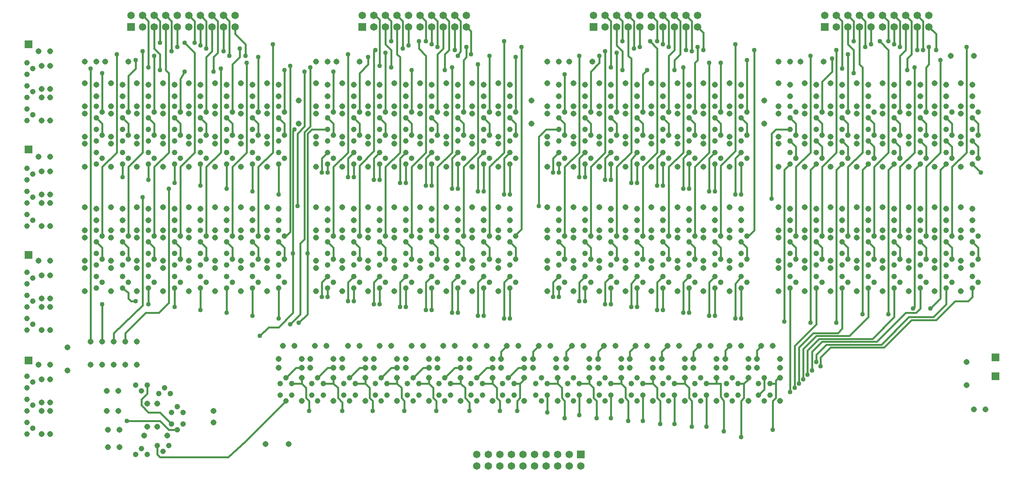
<source format=gtl>
G04 Output by ViewMate Deluxe V11.0.9  PentaLogix LLC*
G04 Mon Mar 30 14:28:05 2015*
%FSLAX33Y33*%
%MOMM*%
%IPPOS*%
%ADD10C,1.209*%
%ADD11C,1.3081*%
%ADD16C,1.016*%
%ADD114R,1.651X1.651*%
%ADD115C,1.651*%
%ADD116R,1.8009X1.8009*%
%ADD117C,0.4064*%

%LPD*%
X0Y0D2*D117*G1X34696Y109474D2*X34760Y109474D1*X35966Y108268*X37236Y109474D2*X37300Y109474D1*X38506Y108268*X39776Y109474D2*X39840Y109474D1*X41046Y108268*X41046Y101600*X42316Y106934D2*X42316Y102552D1*X47396Y109474D2*X47460Y109474D1*X48666Y108268*X49936Y106934D2*X49936Y101600D1*X48666Y100330*X51206Y108204D2*X51206Y101282D1*X52476Y109474D2*X52540Y109474D1*X53746Y108268*X114071Y78105D2*X115341Y79375D1*X108356Y78105D2*X109626Y79375D1*X102641Y78105D2*X103911Y79375D1*X96926Y78105D2*X98196Y79375D1*X91211Y78105D2*X92481Y79375D1*X85496Y78105D2*X86766Y79375D1*X79781Y78105D2*X81051Y79375D1*X75336Y79375D2*X74066Y78105D1*X74066Y74930*X75336Y74930D2*X75336Y76835D1*X79781Y78105D2*X79781Y73978D1*X81051Y73978D2*X81051Y76835D1*X85496Y78105D2*X85496Y73342D1*X86766Y73342D2*X86766Y76835D1*X91211Y78105D2*X91211Y72708D1*X92481Y72708D2*X92481Y76835D1*X96926Y78105D2*X96926Y72072D1*X98196Y72072D2*X98196Y76835D1*X102641Y78105D2*X102641Y71438D1*X103911Y71438D2*X103911Y76835D1*X108356Y78105D2*X108356Y70802D1*X109626Y70802D2*X109626Y76835D1*X114071Y78105D2*X114071Y70168D1*X115341Y70168D2*X115341Y76835D1*X121691Y82868D2*X121691Y67628D1*X126136Y79375D2*X124866Y78105D1*X124866Y74930*X126136Y74930D2*X126136Y76835D1*X218211Y55880D2*X218211Y58420D1*X216941Y59690*X216941Y86995D2*X218211Y85725D1*X218211Y83185*X216941Y76835D2*X218846Y74930D1*X218211Y78105D2*X218211Y80645D1*X216941Y81915*X172809Y83502D2*X173761Y84455D1*X176936Y84455*X176936Y86995D2*X178206Y85725D1*X178206Y83185*X176936Y81915D2*X178206Y80645D1*X178206Y78105*X175666Y42228D2*X175666Y75565D1*X123596Y28575D2*X125819Y28575D1*X125819Y29845D2*X125819Y28575D1*X126771Y27622*X126771Y25400*X132804Y28575D2*X130581Y28575D1*X133756Y25400D2*X133756Y27622D1*X132804Y28575*X132804Y29845*X134709Y33972D2*X134709Y35560D1*X135979Y36830*X141694Y33972D2*X141694Y35560D1*X142964Y36830*X148679Y33972D2*X148679Y35560D1*X149949Y36830*X155664Y33972D2*X155664Y35560D1*X156934Y36830*X162649Y33972D2*X162649Y35878D1*X163601Y36830*X170586Y36830D2*X169634Y35878D1*X169634Y33972*X174714Y29845D2*X174396Y29845D1*X173761Y29210*X173761Y28575*X173126Y18415D2*X173126Y24765D1*X173761Y25400*X173761Y28575*X172491Y28575*X171221Y29845D2*X171221Y27305D1*X169951Y26035*X166776Y28575D2*X165506Y28575D1*X167729Y29845D2*X167729Y29528D1*X166776Y28575*X166776Y25400*X166141Y24765*X166141Y16828*X162331Y18098D2*X162331Y24765D1*X161696Y25718*X161696Y28575*X160744Y28575*X160744Y29845D2*X160744Y28575D1*X158521Y28575*X158521Y19050D2*X158521Y26035D1*X155346Y19050D2*X155346Y24765D1*X154711Y25400*X154711Y27622*X153759Y28575*X153759Y29845D2*X153759Y28575D1*X151536Y28575*X151536Y19685D2*X151536Y26035D1*X148361Y19685D2*X148361Y24765D1*X147726Y25400*X147726Y27622*X146774Y28575*X146774Y29845D2*X146774Y28575D1*X144551Y28575*X144551Y20320D2*X144551Y26035D1*X141376Y20320D2*X141376Y24765D1*X140741Y25400*X140741Y27622*X139789Y28575*X139789Y29845D2*X139789Y28575D1*X137566Y28575*X137566Y20955D2*X137566Y26035D1*X134391Y20955D2*X134391Y24765D1*X133756Y25400*X130581Y21590D2*X130581Y26035D1*X127406Y20955D2*X127406Y24765D1*X126771Y25400*X123596Y22225D2*X123596Y26035D1*X40411Y18415D2*X38506Y20320D1*X31204Y20320*X35649Y28258D2*X35649Y26352D1*X34379Y25082*X34379Y23812*X35966Y22225*X38506Y22225*X41046Y19685*X40411Y18415D2*X42316Y18415D1*X37871Y14922D2*X37871Y13018D1*X38506Y12382*X53429Y12382*X57239Y15875*X66129Y24765*X71209Y22542D2*X71209Y24765D1*X70574Y25400*X70574Y27622*X69621Y28575*X69621Y29845D2*X69621Y28575D1*X67399Y28575*X66129Y29845D2*X68351Y32068D1*X69621Y32068*X76606Y32068D2*X75336Y32068D1*X73114Y29845*X74384Y28575D2*X76606Y28575D1*X76606Y29845D2*X76606Y28575D1*X77559Y27622*X77559Y25400*X78511Y24448*X78511Y22542*X88354Y28575D2*X90576Y28575D1*X91529Y27622D2*X90576Y28575D1*X90576Y29845*X90576Y32068D2*X89306Y32068D1*X87084Y29845*X83591Y32068D2*X82321Y32068D1*X80099Y29845*X81369Y28575D2*X83591Y28575D1*X83591Y29845D2*X83591Y28575D1*X84544Y27622*X84544Y25400*X85179Y24765*X85179Y22542*X92164Y22542D2*X92164Y24765D1*X91529Y25400*X91529Y27622*X97561Y32068D2*X96291Y32068D1*X94069Y29845*X95339Y28575D2*X97561Y28575D1*X97561Y29845D2*X97561Y28575D1*X97721Y28418*X98514Y27622*X98514Y25400*X99149Y24765*X99149Y22542*X106451Y22542D2*X106451Y24448D1*X105499Y25400*X105499Y27622*X104546Y28575*X104546Y29845D2*X104546Y28575D1*X102324Y28575*X101054Y29845D2*X103276Y32068D1*X104546Y32068*X114706Y36830D2*X113436Y35560D1*X113436Y33972*X111531Y32068D2*X110261Y32068D1*X108039Y29845*X109309Y28575D2*X111531Y28575D1*X111531Y29845D2*X111531Y28575D1*X112484Y27622*X112484Y25400*X113119Y24765*X113119Y22542*X116929Y22542D2*X116929Y24765D1*X117564Y25400*X117564Y28575*X118516Y29845D2*X118516Y29528D1*X117564Y28575*X116294Y28575*X115024Y29845D2*X117246Y32068D1*X118516Y32068*X120421Y33972D2*X120421Y35560D1*X121691Y36830*X127724Y33972D2*X127724Y35560D1*X128994Y36830*X126136Y52070D2*X124866Y50800D1*X124866Y47625*X126136Y49530D2*X126136Y47625D1*X131851Y46672D2*X131851Y49530D1*X130581Y46672D2*X130581Y50800D1*X131851Y52070*X137566Y52070D2*X136296Y50800D1*X136296Y46038*X137566Y49530D2*X137566Y46038D1*X143281Y45402D2*X143281Y49530D1*X142011Y45402D2*X142011Y50482D1*X143281Y52070*X148996Y52070D2*X147726Y50800D1*X147726Y44768*X148996Y49530D2*X148996Y44768D1*X154711Y44132D2*X154711Y49530D1*X153441Y44132D2*X153441Y50800D1*X154711Y52070*X160426Y52070D2*X159156Y50800D1*X159156Y43498*X160426Y49530D2*X160426Y43498D1*X166141Y42862D2*X166141Y49530D1*X164871Y42862D2*X164871Y50482D1*X166141Y52070*X178206Y55880D2*X178206Y58420D1*X176936Y59690*X178206Y76200D2*X178206Y60960D1*X189636Y60960D2*X189636Y76200D1*X188366Y59690D2*X189636Y58420D1*X189636Y55880*X183921Y55880D2*X183921Y58420D1*X182651Y59690*X183921Y60960D2*X183921Y76200D1*X187096Y79375*X194081Y86995D2*X195351Y85725D1*X195351Y83185*X194081Y81915D2*X195351Y80645D1*X195351Y78105*X194081Y76835D2*X192811Y75565D1*X192811Y43815*X199796Y43180D2*X199796Y49530D1*X198526Y43815D2*X198526Y75565D1*X199796Y76835*X201066Y78105D2*X201066Y80645D1*X199796Y81915*X201066Y83185D2*X201066Y85725D1*X199796Y86995*X201066Y88265D2*X201066Y100648D1*X206781Y88265D2*X206781Y98108D1*X207416Y98742*X207416Y102552*X209004Y101918D2*X209004Y105410D1*X207416Y106998*X204876Y101918D2*X204876Y106998D1*X206146Y101918D2*X206146Y108268D1*X204876Y109538*X198526Y108268D2*X197256Y109538D1*X201066Y108268D2*X199796Y109538D1*X202336Y106998D2*X202336Y101918D1*X201066Y100648*X198526Y108268D2*X198526Y103822D1*X199796Y103188D2*X199796Y106998D1*X201066Y108268D2*X201066Y102552D1*X202336Y109538D2*X203606Y108268D1*X203606Y100965*X202654Y100012*X202654Y97472*X204241Y98108D2*X204241Y79375D1*X201066Y76200*X201066Y60960*X199796Y59690D2*X201066Y58420D1*X201066Y55880*X195351Y55880D2*X195351Y58420D1*X194081Y59690*X195351Y60960D2*X195351Y76200D1*X198526Y79375*X198526Y101918*X196621Y103822*X194716Y106998D2*X194716Y103188D1*X192176Y109538D2*X193446Y108268D1*X193446Y102552*X187096Y79375D2*X187096Y101918D1*X189636Y78105D2*X189636Y80645D1*X188366Y81915*X189636Y83185D2*X189636Y85725D1*X188366Y86995*X189636Y100965D2*X189636Y88265D1*X189636Y106998D2*X189636Y103188D1*X189636Y109538D2*X190906Y108268D1*X187096Y109538D2*X188366Y108268D1*X188366Y97790*X190906Y96838D2*X190906Y101918D1*X189636Y103188*X190906Y108268D2*X190906Y103822D1*X192176Y106998D2*X192176Y98742D1*X192811Y98108*X192811Y79375*X189636Y76200*X188366Y76835D2*X187096Y75565D1*X187096Y41910*X183286Y38418D2*X195034Y38418D1*X199796Y43180*X202971Y43180D2*X208369Y43180D1*X211226Y46038*X211226Y49530*X216941Y49530D2*X216941Y47625D1*X215989Y46672*X213131Y46672*X209004Y42545*X203606Y42545*X197574Y36512*X185826Y36512*X183604Y34290*X183604Y32385*X182651Y33338D2*X182651Y34925D1*X184874Y37148*X196939Y37148*X202971Y43180*X203924Y45085D2*X204241Y45402D1*X204241Y75565*X205511Y76835*X206781Y78105D2*X206781Y80645D1*X205511Y81915*X206781Y83185D2*X206781Y85725D1*X205511Y86995*X211226Y86995D2*X212496Y85725D1*X212496Y83185*X211226Y81915D2*X212496Y80645D1*X212496Y78105*X212496Y60960D2*X212496Y76200D1*X211226Y59690D2*X212496Y58420D1*X212496Y55880*X206781Y55880D2*X206781Y58420D1*X205511Y59690*X206781Y60960D2*X206781Y76200D1*X209956Y79375*X209956Y99695*X215671Y102552D2*X215671Y79375D1*X212496Y76200*X211226Y76835D2*X209956Y75565D1*X209956Y47308*X207734Y45085*X205511Y49530D2*X205511Y45085D1*X204559Y44132*X202336Y44132*X195986Y37782*X183921Y37782*X181699Y35560*X181699Y31432*X180746Y30480D2*X180746Y35878D1*X183286Y38418*X182016Y39688D2*X187414Y39688D1*X188366Y40640*X188366Y49530*X194081Y49530D2*X194081Y43180D1*X189954Y39052*X182651Y39052*X179794Y36195*X179794Y29528*X178841Y28575D2*X178841Y36512D1*X182016Y39688*X182651Y49530D2*X182651Y41592D1*X176936Y26670D2*X176936Y49530D1*X177889Y27622D2*X177889Y36830D1*X182651Y41592*X181381Y41910D2*X181381Y75565D1*X182651Y76835*X183921Y78105D2*X183921Y80645D1*X182651Y81915*X183921Y83185D2*X183921Y85725D1*X182651Y86995*X183921Y88265D2*X183921Y94932D1*X186144Y97155*X186144Y100012*X181381Y100648D2*X181381Y79375D1*X178206Y76200*X175666Y75565D2*X176936Y76835D1*X172809Y83502D2*X172809Y69215D1*X164871Y78105D2*X166141Y79375D1*X166141Y70168D2*X166141Y76835D1*X164871Y78105D2*X164871Y70168D1*X159156Y78105D2*X160426Y79375D1*X160426Y70802D2*X160426Y76835D1*X159156Y78105D2*X159156Y70802D1*X153441Y78105D2*X154711Y79375D1*X154711Y71438D2*X154711Y76835D1*X153441Y78105D2*X153441Y71438D1*X147726Y78105D2*X148996Y79375D1*X148996Y72072D2*X148996Y76835D1*X147726Y78105D2*X147726Y72072D1*X142011Y77788D2*X143281Y79375D1*X143281Y72708D2*X143281Y76835D1*X142011Y77788D2*X142011Y72708D1*X136296Y78105D2*X137566Y79375D1*X137566Y73342D2*X137566Y76835D1*X136296Y78105D2*X136296Y73342D1*X133121Y60960D2*X133121Y76200D1*X131851Y59690D2*X133121Y58420D1*X133121Y55880*X127406Y55880D2*X127406Y58420D1*X126136Y59690*X127406Y60960D2*X127406Y76200D1*X130581Y79375*X130581Y100648*X144551Y96520D2*X145504Y97472D1*X138836Y88265D2*X138836Y101282D1*X137566Y86995D2*X138836Y85725D1*X138836Y83185*X144551Y83185D2*X144551Y85725D1*X143281Y86995*X144551Y96520D2*X144551Y88265D1*X140106Y97472D2*X140106Y101600D1*X138836Y102870*X141376Y109538D2*X142646Y108268D1*X142646Y102235*X143916Y106998D2*X143916Y102552D1*X152806Y108268D2*X151536Y109538D1*X155346Y108268D2*X154076Y109538D1*X164871Y103188D2*X164871Y79692D1*X161696Y76518*X161696Y60960*X160426Y59690D2*X161696Y58420D1*X161696Y55880*X167411Y55880D2*X167411Y58420D1*X166141Y59690*X167411Y60960D2*X167729Y60960D1*X168999Y62230*X168999Y101918*X167411Y88265D2*X167411Y99695D1*X166141Y86995D2*X167411Y85725D1*X167411Y83185*X161696Y83185D2*X161696Y85725D1*X160426Y86995*X161696Y99060D2*X161696Y88265D1*X159156Y99060D2*X159156Y79375D1*X155981Y76200*X155981Y60960*X154711Y59690D2*X155981Y58420D1*X155981Y55880*X150266Y55880D2*X150266Y58420D1*X148996Y59690*X150266Y60960D2*X150266Y76200D1*X153441Y79375*X153441Y98108*X151536Y97472D2*X151536Y99695D1*X152806Y100965*X152806Y108268*X154076Y101918D2*X154076Y106998D1*X155346Y108268D2*X155346Y101600D1*X156616Y106998D2*X157886Y105728D1*X157886Y101918*X156616Y102552D2*X156616Y99695D1*X155981Y99060*X155981Y88265*X154711Y86995D2*X155981Y85725D1*X155981Y83185*X150266Y83185D2*X150266Y85725D1*X148996Y86995*X150266Y88265D2*X150266Y100648D1*X151536Y101918*X151536Y106998*X148996Y103188D2*X148996Y106998D1*X150266Y102552D2*X150266Y108268D1*X148996Y109538*X146456Y109538D2*X147726Y108268D1*X147726Y103822*X146139Y103822D2*X147726Y102235D1*X147726Y79375*X144551Y76200*X144551Y60960*X143281Y59690D2*X144551Y58420D1*X144551Y55880*X138836Y55880D2*X138836Y58420D1*X137566Y59690*X138836Y60960D2*X138836Y76200D1*X142011Y79375*X142011Y100012*X141376Y100648*X141376Y106998*X138836Y102870D2*X138836Y106998D1*X140106Y103822D2*X140106Y108268D1*X138836Y109538*X136296Y109538D2*X137566Y108268D1*X137566Y98108*X133121Y97155D2*X135026Y99060D1*X135026Y100648*X136296Y101600D2*X136296Y79375D1*X133121Y76200*X131851Y73978D2*X131851Y76835D1*X130581Y73978D2*X130581Y78105D1*X131851Y79375*X133121Y83185D2*X133121Y85725D1*X131851Y86995*X133121Y97155D2*X133121Y88265D1*X127406Y88265D2*X127406Y96520D1*X126136Y86995D2*X127406Y85725D1*X127406Y83185*X126136Y84455D2*X123279Y84455D1*X121691Y82868*X116611Y83185D2*X116611Y85725D1*X115341Y86995*X116611Y100330D2*X116611Y88265D1*X100736Y106998D2*X100736Y102235D1*X105816Y106998D2*X106769Y106045D1*X106769Y100965*X110896Y88265D2*X110896Y100648D1*X109626Y86995D2*X110896Y85725D1*X110896Y83185*X105181Y83185D2*X105181Y85725D1*X103911Y86995*X105181Y88265D2*X105181Y99695D1*X105816Y100330*X104546Y101600D2*X103911Y100648D1*X103276Y106998D2*X103276Y101918D1*X103276Y109538D2*X104546Y108268D1*X104546Y101600*X105816Y100330D2*X105816Y102552D1*X108356Y98742D2*X108356Y79375D1*X105181Y76200*X105181Y60960*X103911Y59690D2*X105181Y58420D1*X105181Y55880*X110896Y55880D2*X110896Y58420D1*X109626Y59690*X110896Y60960D2*X110896Y76200D1*X114071Y79375*X114071Y103822*X117881Y102552D2*X117881Y62548D1*X116611Y61278*X116611Y60960*X115341Y59690D2*X116611Y58420D1*X116611Y55880*X114071Y50800D2*X115341Y52070D1*X115341Y42862D2*X115341Y49530D1*X114071Y50800D2*X114071Y42862D1*X108356Y50800D2*X109626Y52070D1*X109626Y43498D2*X109626Y49530D1*X108356Y50800D2*X108356Y43498D1*X102641Y50800D2*X103911Y52070D1*X103911Y44132D2*X103911Y49530D1*X102641Y50800D2*X102641Y44132D1*X96926Y50800D2*X98196Y52070D1*X98196Y44768D2*X98196Y49530D1*X96926Y50800D2*X96926Y44768D1*X91211Y50800D2*X92481Y52070D1*X92481Y45402D2*X92481Y49530D1*X91211Y50800D2*X91211Y45402D1*X85496Y50800D2*X86766Y52070D1*X86766Y46038D2*X86766Y49530D1*X85496Y50800D2*X85496Y46038D1*X81051Y46672D2*X81051Y49530D1*X79781Y46672D2*X79781Y50800D1*X81051Y52070*X75336Y47625D2*X75336Y49530D1*X74066Y47625D2*X74066Y50800D1*X75336Y52070*X76606Y55880D2*X76606Y58420D1*X75336Y59690*X76606Y60960D2*X76606Y76200D1*X79781Y79375*X79781Y100965*X82321Y88265D2*X82321Y96838D1*X81051Y86995D2*X82321Y85725D1*X82321Y83185*X88036Y83185D2*X88036Y85725D1*X86766Y86995*X88036Y101282D2*X88036Y88265D1*X93751Y88265D2*X93751Y97472D1*X92481Y86995D2*X93751Y85725D1*X93751Y83185*X99466Y83185D2*X99466Y85725D1*X98196Y86995*X99466Y88265D2*X99466Y100965D1*X100736Y102235*X99466Y108268D2*X99466Y102552D1*X98196Y103188D2*X98196Y106998D1*X96926Y103822D2*X96926Y108268D1*X95656Y109538*X99466Y108268D2*X98196Y109538D1*X100736Y109538D2*X102006Y108268D1*X102006Y101918*X101054Y100965*X101054Y97472*X102641Y98108D2*X102641Y79375D1*X99466Y76200*X99466Y60960*X98196Y59690D2*X99466Y58420D1*X99466Y55880*X93751Y55880D2*X93751Y58420D1*X92481Y59690*X93751Y60960D2*X93751Y76200D1*X96926Y79375*X96926Y100648*X95339Y102235*X95339Y103822*X93116Y106998D2*X93116Y102870D1*X85496Y109538D2*X85814Y109538D1*X86766Y108585*X90576Y109538D2*X91846Y108268D1*X91846Y102235*X89306Y108268D2*X89306Y103822D1*X88036Y106998D2*X88036Y103188D1*X89306Y101918*X89306Y98108*X86766Y108585D2*X86766Y98425D1*X89306Y108268D2*X88036Y109538D1*X90576Y106998D2*X90576Y100965D1*X91211Y100330*X91211Y79375*X88036Y76200*X88036Y60960*X86766Y59690D2*X88036Y58420D1*X88036Y55880*X82321Y55880D2*X82321Y58420D1*X81051Y59690*X82321Y60960D2*X82321Y76518D1*X85496Y79692*X85496Y101600*X85814Y101918*X84226Y100330D2*X84226Y98742D1*X82321Y96838*X76606Y88265D2*X76606Y97155D1*X75336Y86995D2*X76606Y85725D1*X76606Y83185*X75336Y84455D2*X71844Y84455D1*X70891Y83502*X70891Y57150*X70891Y43815*X68986Y41910*X67081Y41592D2*X69304Y43815D1*X69304Y59372*X70256Y60325*X70256Y83820*X71526Y85090*X71526Y98108*X70256Y97155D2*X70256Y85090D1*X68669Y83502*X65811Y83185D2*X65811Y85725D1*X64541Y86995*X65811Y97472D2*X65811Y88265D1*X67081Y98425D2*X67081Y61912D1*X66129Y60960*X65811Y60960*X64541Y59690D2*X65811Y58420D1*X65811Y55880*X60096Y55880D2*X60096Y58420D1*X58826Y59690*X60096Y60960D2*X60096Y76200D1*X63271Y79375*X30251Y73978D2*X30251Y76835D1*X35966Y76835D2*X35966Y73342D1*X41681Y72708D2*X41681Y76835D1*X47396Y76835D2*X47396Y72072D1*X53111Y71438D2*X53111Y76835D1*X58826Y76835D2*X58826Y70802D1*X57556Y79375D2*X54381Y76200D1*X54381Y60960*X53111Y59690D2*X54381Y58420D1*X54381Y55880*X48666Y55880D2*X48666Y58420D1*X47396Y59690*X48666Y60960D2*X48666Y76200D1*X51841Y79375*X51841Y97790*X50254Y97155D2*X50254Y100330D1*X51206Y101282*X55969Y102235D2*X55969Y100330D1*X54381Y98742*X54381Y88265*X53111Y86995D2*X54381Y85725D1*X54381Y83185*X48666Y83185D2*X48666Y85725D1*X47396Y86995*X48666Y100330D2*X48666Y88265D1*X43904Y97155D2*X42951Y95568D1*X42951Y88265*X41681Y86995D2*X42951Y85725D1*X42951Y83185*X37236Y83185D2*X37236Y85725D1*X35966Y86995*X37236Y100648D2*X37236Y88265D1*X25806Y88265D2*X25806Y96838D1*X24536Y86995D2*X25806Y85725D1*X25806Y83185*X31521Y83185D2*X31521Y85725D1*X30251Y86995*X31521Y88265D2*X31521Y96202D1*X33109Y97790*X33109Y99695*X28981Y100965D2*X28981Y79375D1*X25806Y76200*X25806Y60960*X24536Y59690D2*X25806Y58420D1*X25806Y55880*X31521Y55880D2*X31521Y58420D1*X30251Y59690*X31521Y60960D2*X31521Y76200D1*X34696Y79375*X34696Y101600*X37236Y102235D2*X38506Y100965D1*X38506Y97472*X35966Y108268D2*X35966Y98108D1*X37236Y102235D2*X37236Y106934D1*X38506Y108268D2*X38506Y103505D1*X39776Y106934D2*X39776Y97472D1*X40411Y96838*X40411Y79375*X37236Y76200*X37236Y60960*X35966Y59690D2*X37236Y58420D1*X37236Y55880*X42951Y55880D2*X42951Y58420D1*X41681Y59690*X42951Y60960D2*X42951Y76200D1*X46126Y79375*X46126Y101282*X43904Y103505*X46126Y103505D2*X46126Y108204D1*X44856Y109474*X47396Y102870D2*X47396Y106934D1*X48666Y108268D2*X48666Y102235D1*X51206Y108204D2*X49936Y109474D1*X52476Y101600D2*X52476Y106934D1*X53746Y108268D2*X53746Y100648D1*X55016Y106934D2*X55016Y105410D1*X57239Y103188*X57239Y100648*X57556Y79375D2*X57556Y99060D1*X60096Y83185D2*X60096Y85725D1*X58826Y86995*X60096Y100330D2*X60096Y88265D1*X63271Y79375D2*X63271Y103188D1*X64541Y70168D2*X64541Y76835D1*X68669Y83502D2*X68669Y67628D1*X68034Y84455D2*X67716Y84138D1*X67716Y57150*X67716Y44132*X64541Y40958*X60414Y39052D2*X62319Y40958D1*X64541Y40958*X64541Y49530D2*X64541Y42862D1*X58826Y43498D2*X58826Y49530D1*X53111Y49530D2*X53111Y44132D1*X47396Y44768D2*X47396Y49530D1*X41681Y49530D2*X41681Y45402D1*X35966Y46038D2*X35966Y49530D1*X34696Y45720D2*X28346Y39688D1*X28346Y37782*X30886Y37782D2*X30886Y39688D1*X35331Y44132*X38189Y44132*X40411Y46355*X40411Y71438*X34696Y45720D2*X34696Y69532D1*X33109Y46672D2*X32156Y46672D1*X31521Y47308*X31521Y48578*X30251Y49530*X25806Y37782D2*X25806Y46038D1*X23266Y97790D2*X23266Y37782D1*D10*X9296Y86360D3*X9296Y99060D3*X10566Y97790D3*X9296Y96520D3*X9296Y93980D3*X10566Y92710D3*X9296Y91440D3*X9296Y88900D3*X10566Y87630D3*X169951Y28575D3*X171221Y29845D3*X172491Y28575D3*X172491Y26035D3*X171221Y24765D3*X169951Y26035D3*X162966Y26035D3*X164236Y24765D3*X165506Y26035D3*X165506Y28575D3*X164236Y29845D3*X162966Y28575D3*X155981Y28575D3*X157251Y29845D3*X158521Y28575D3*X158521Y26035D3*X157251Y24765D3*X155981Y26035D3*X148996Y26035D3*X150266Y24765D3*X151536Y26035D3*X151536Y28575D3*X150266Y29845D3*X148996Y28575D3*X142011Y28575D3*X143281Y29845D3*X144551Y28575D3*X144551Y26035D3*X143281Y24765D3*X142011Y26035D3*X135026Y26035D3*X136296Y24765D3*X137566Y26035D3*X137566Y28575D3*X136296Y29845D3*X135026Y28575D3*X128041Y28575D3*X129311Y29845D3*X130581Y28575D3*X130581Y26035D3*X129311Y24765D3*X128041Y26035D3*X121056Y26035D3*X122326Y24765D3*X123596Y26035D3*X123596Y28575D3*X122326Y29845D3*X121056Y28575D3*X33109Y28258D3*X34379Y26988D3*X35649Y28258D3*X39459Y27622D3*X40729Y26352D3*X38189Y26352D3*X35649Y13018D3*X33109Y13018D3*X34379Y14288D3*X37871Y14922D3*X39141Y13652D3*X40411Y14922D3*X43586Y19685D3*X42316Y18415D3*X41046Y19685D3*X41046Y22225D3*X42316Y23495D3*X43586Y22225D3*X67399Y26035D3*X66129Y24765D3*X64859Y26035D3*X64859Y28575D3*X66129Y29845D3*X67399Y28575D3*X74384Y28575D3*X73114Y29845D3*X71844Y28575D3*X71844Y26035D3*X73114Y24765D3*X74384Y26035D3*X81369Y26035D3*X80099Y24765D3*X78829Y26035D3*X78829Y28575D3*X80099Y29845D3*X81369Y28575D3*X88354Y28575D3*X87084Y29845D3*X85814Y28575D3*X85814Y26035D3*X87084Y24765D3*X88354Y26035D3*X102324Y26035D3*X101054Y24765D3*X99784Y26035D3*X95339Y26035D3*X94069Y24765D3*X92799Y26035D3*X92799Y28575D3*X94069Y29845D3*X95339Y28575D3*X99784Y28575D3*X101054Y29845D3*X102324Y28575D3*X109309Y28575D3*X108039Y29845D3*X106769Y28575D3*X106769Y26035D3*X108039Y24765D3*X109309Y26035D3*X113754Y26035D3*X115024Y24765D3*X116294Y26035D3*X116294Y28575D3*X113754Y28575D3*X115024Y29845D3*X115341Y62230D3*X103911Y62230D3*X92481Y62230D3*X81051Y62230D3*X75336Y62230D3*X76606Y60960D3*X75336Y59690D3*X75336Y57150D3*X76606Y55880D3*X75336Y54610D3*X75336Y52070D3*X75336Y49530D3*X76606Y50800D3*X81051Y49530D3*X82321Y50800D3*X81051Y52070D3*X81051Y54610D3*X82321Y55880D3*X81051Y57150D3*X81051Y59690D3*X82321Y60960D3*X86766Y62230D3*X88036Y60960D3*X86766Y59690D3*X86766Y57150D3*X88036Y55880D3*X86766Y54610D3*X86766Y52070D3*X86766Y49530D3*X88036Y50800D3*X92481Y49530D3*X93751Y50800D3*X92481Y52070D3*X92481Y54610D3*X93751Y55880D3*X92481Y57150D3*X92481Y59690D3*X93751Y60960D3*X98196Y62230D3*X99466Y60960D3*X98196Y59690D3*X98196Y57150D3*X99466Y55880D3*X98196Y54610D3*X98196Y52070D3*X98196Y49530D3*X99466Y50800D3*X103911Y49530D3*X105181Y50800D3*X103911Y52070D3*X103911Y54610D3*X105181Y55880D3*X103911Y57150D3*X103911Y59690D3*X105181Y60960D3*X109626Y62230D3*X110896Y60960D3*X109626Y59690D3*X109626Y57150D3*X110896Y55880D3*X109626Y54610D3*X109626Y52070D3*X109626Y49530D3*X110896Y50800D3*X115341Y49530D3*X116611Y50800D3*X115341Y52070D3*X115341Y54610D3*X116611Y55880D3*X115341Y57150D3*X115341Y59690D3*X116611Y60960D3*X166141Y62230D3*X154711Y62230D3*X143281Y62230D3*X131851Y62230D3*X126136Y62230D3*X127406Y60960D3*X126136Y59690D3*X126136Y57150D3*X127406Y55880D3*X126136Y54610D3*X126136Y52070D3*X126136Y49530D3*X127406Y50800D3*X131851Y49530D3*X133121Y50800D3*X131851Y52070D3*X131851Y54610D3*X133121Y55880D3*X131851Y57150D3*X131851Y59690D3*X133121Y60960D3*X137566Y62230D3*X138836Y60960D3*X137566Y59690D3*X137566Y57150D3*X138836Y55880D3*X137566Y54610D3*X137566Y52070D3*X137566Y49530D3*X138836Y50800D3*X143281Y49530D3*X144551Y50800D3*X143281Y52070D3*X143281Y54610D3*X144551Y55880D3*X143281Y57150D3*X143281Y59690D3*X144551Y60960D3*X148996Y62230D3*X150266Y60960D3*X148996Y59690D3*X148996Y57150D3*X150266Y55880D3*X148996Y54610D3*X148996Y52070D3*X148996Y49530D3*X150266Y50800D3*X154711Y49530D3*X155981Y50800D3*X154711Y52070D3*X154711Y54610D3*X155981Y55880D3*X154711Y57150D3*X154711Y59690D3*X155981Y60960D3*X160426Y62230D3*X161696Y60960D3*X160426Y59690D3*X160426Y57150D3*X161696Y55880D3*X160426Y54610D3*X160426Y52070D3*X160426Y49530D3*X161696Y50800D3*X166141Y49530D3*X167411Y50800D3*X166141Y52070D3*X166141Y54610D3*X167411Y55880D3*X166141Y57150D3*X166141Y59690D3*X167411Y60960D3*X205511Y62230D3*X194081Y62230D3*X182651Y62230D3*X176936Y62230D3*X178206Y60960D3*X176936Y59690D3*X176936Y57150D3*X178206Y55880D3*X176936Y54610D3*X176936Y52070D3*X176936Y49530D3*X178206Y50800D3*X182651Y49530D3*X183921Y50800D3*X182651Y52070D3*X182651Y54610D3*X183921Y55880D3*X182651Y57150D3*X182651Y59690D3*X183921Y60960D3*X188366Y62230D3*X189636Y60960D3*X188366Y59690D3*X188366Y57150D3*X189636Y55880D3*X188366Y54610D3*X188366Y52070D3*X188366Y49530D3*X189636Y50800D3*X194081Y49530D3*X195351Y50800D3*X194081Y52070D3*X194081Y54610D3*X195351Y55880D3*X194081Y57150D3*X194081Y59690D3*X195351Y60960D3*X199796Y62230D3*X201066Y60960D3*X199796Y59690D3*X199796Y57150D3*X201066Y55880D3*X199796Y54610D3*X199796Y52070D3*X199796Y49530D3*X201066Y50800D3*X205511Y49530D3*X206781Y50800D3*X205511Y52070D3*X205511Y54610D3*X206781Y55880D3*X205511Y57150D3*X205511Y59690D3*X206781Y60960D3*X211226Y62230D3*X212496Y60960D3*X211226Y59690D3*X211226Y57150D3*X212496Y55880D3*X211226Y54610D3*X211226Y52070D3*X211226Y49530D3*X212496Y50800D3*X216941Y49530D3*X218211Y50800D3*X216941Y52070D3*X216941Y54610D3*X218211Y55880D3*X216941Y57150D3*X216941Y59690D3*X218211Y60960D3*X216941Y62230D3*X216941Y76835D3*X218211Y78105D3*X216941Y79375D3*X216941Y81915D3*X218211Y83185D3*X216941Y84455D3*X216941Y86995D3*X218211Y88265D3*X216941Y89535D3*X211226Y89535D3*X212496Y88265D3*X211226Y86995D3*X211226Y84455D3*X212496Y83185D3*X211226Y81915D3*X211226Y79375D3*X212496Y78105D3*X211226Y76835D3*X205511Y76835D3*X206781Y78105D3*X205511Y79375D3*X205511Y81915D3*X206781Y83185D3*X205511Y84455D3*X205511Y86995D3*X206781Y88265D3*X205511Y89535D3*X199796Y89535D3*X201066Y88265D3*X199796Y86995D3*X199796Y84455D3*X201066Y83185D3*X199796Y81915D3*X199796Y79375D3*X201066Y78105D3*X199796Y76835D3*X194081Y76835D3*X195351Y78105D3*X194081Y79375D3*X194081Y81915D3*X195351Y83185D3*X194081Y84455D3*X194081Y86995D3*X195351Y88265D3*X194081Y89535D3*X188366Y89535D3*X189636Y88265D3*X188366Y86995D3*X188366Y84455D3*X189636Y83185D3*X188366Y81915D3*X188366Y79375D3*X189636Y78105D3*X188366Y76835D3*X182651Y76835D3*X183921Y78105D3*X182651Y79375D3*X182651Y81915D3*X183921Y83185D3*X182651Y84455D3*X182651Y86995D3*X183921Y88265D3*X182651Y89535D3*X176936Y89535D3*X178206Y88265D3*X176936Y86995D3*X176936Y84455D3*X178206Y83185D3*X176936Y81915D3*X176936Y79375D3*X178206Y78105D3*X176936Y76835D3*X166141Y76835D3*X167411Y78105D3*X166141Y79375D3*X166141Y81915D3*X167411Y83185D3*X166141Y84455D3*X166141Y86995D3*X167411Y88265D3*X166141Y89535D3*X160426Y89535D3*X161696Y88265D3*X160426Y86995D3*X160426Y84455D3*X161696Y83185D3*X160426Y81915D3*X160426Y79375D3*X161696Y78105D3*X160426Y76835D3*X154711Y76835D3*X155981Y78105D3*X154711Y79375D3*X154711Y81915D3*X155981Y83185D3*X154711Y84455D3*X154711Y86995D3*X155981Y88265D3*X154711Y89535D3*X148996Y89535D3*X150266Y88265D3*X148996Y86995D3*X148996Y84455D3*X150266Y83185D3*X148996Y81915D3*X148996Y79375D3*X150266Y78105D3*X148996Y76835D3*X143281Y76835D3*X144551Y78105D3*X143281Y79375D3*X143281Y81915D3*X144551Y83185D3*X143281Y84455D3*X143281Y86995D3*X144551Y88265D3*X143281Y89535D3*X137566Y89535D3*X138836Y88265D3*X137566Y86995D3*X137566Y84455D3*X138836Y83185D3*X137566Y81915D3*X137566Y79375D3*X138836Y78105D3*X137566Y76835D3*X131851Y76835D3*X133121Y78105D3*X131851Y79375D3*X131851Y81915D3*X133121Y83185D3*X131851Y84455D3*X131851Y86995D3*X133121Y88265D3*X131851Y89535D3*X126136Y89535D3*X127406Y88265D3*X126136Y86995D3*X126136Y84455D3*X127406Y83185D3*X126136Y81915D3*X126136Y79375D3*X127406Y78105D3*X126136Y76835D3*X115341Y76835D3*X116611Y78105D3*X115341Y79375D3*X115341Y81915D3*X116611Y83185D3*X115341Y84455D3*X115341Y86995D3*X116611Y88265D3*X115341Y89535D3*X109626Y89535D3*X110896Y88265D3*X109626Y86995D3*X109626Y84455D3*X110896Y83185D3*X109626Y81915D3*X109626Y79375D3*X110896Y78105D3*X109626Y76835D3*X103911Y76835D3*X105181Y78105D3*X103911Y79375D3*X103911Y81915D3*X105181Y83185D3*X103911Y84455D3*X103911Y86995D3*X105181Y88265D3*X103911Y89535D3*X98196Y89535D3*X99466Y88265D3*X98196Y86995D3*X98196Y84455D3*X99466Y83185D3*X98196Y81915D3*X98196Y79375D3*X99466Y78105D3*X98196Y76835D3*X92481Y76835D3*X93751Y78105D3*X92481Y79375D3*X92481Y81915D3*X93751Y83185D3*X92481Y84455D3*X92481Y86995D3*X93751Y88265D3*X92481Y89535D3*X86766Y89535D3*X88036Y88265D3*X86766Y86995D3*X86766Y84455D3*X88036Y83185D3*X86766Y81915D3*X86766Y79375D3*X88036Y78105D3*X86766Y76835D3*X81051Y76835D3*X82321Y78105D3*X81051Y79375D3*X81051Y81915D3*X82321Y83185D3*X81051Y84455D3*X81051Y86995D3*X82321Y88265D3*X81051Y89535D3*X75336Y89535D3*X76606Y88265D3*X75336Y86995D3*X75336Y84455D3*X76606Y83185D3*X75336Y81915D3*X75336Y79375D3*X76606Y78105D3*X75336Y76835D3*X64541Y76835D3*X65811Y78105D3*X64541Y79375D3*X64541Y81915D3*X65811Y83185D3*X64541Y84455D3*X64541Y86995D3*X65811Y88265D3*X64541Y89535D3*X58826Y89535D3*X60096Y88265D3*X58826Y86995D3*X58826Y84455D3*X60096Y83185D3*X58826Y81915D3*X58826Y79375D3*X60096Y78105D3*X58826Y76835D3*X53111Y76835D3*X54381Y78105D3*X53111Y79375D3*X53111Y81915D3*X54381Y83185D3*X53111Y84455D3*X53111Y86995D3*X54381Y88265D3*X53111Y89535D3*X47396Y89535D3*X48666Y88265D3*X47396Y86995D3*X47396Y84455D3*X48666Y83185D3*X47396Y81915D3*X47396Y79375D3*X48666Y78105D3*X47396Y76835D3*X41681Y76835D3*X42951Y78105D3*X41681Y79375D3*X41681Y81915D3*X42951Y83185D3*X41681Y84455D3*X41681Y86995D3*X42951Y88265D3*X41681Y89535D3*X35966Y89535D3*X37236Y88265D3*X35966Y86995D3*X35966Y84455D3*X37236Y83185D3*X35966Y81915D3*X35966Y79375D3*X37236Y78105D3*X35966Y76835D3*X30251Y76835D3*X31521Y78105D3*X30251Y79375D3*X30251Y81915D3*X31521Y83185D3*X30251Y84455D3*X30251Y86995D3*X31521Y88265D3*X30251Y89535D3*X24536Y89535D3*X25806Y88265D3*X24536Y86995D3*X24536Y84455D3*X25806Y83185D3*X24536Y81915D3*X24536Y79375D3*X25806Y78105D3*X24536Y76835D3*X9296Y75882D3*X10566Y74612D3*X9296Y73342D3*X9296Y70802D3*X10566Y69532D3*X9296Y68262D3*X9296Y65722D3*X9296Y63182D3*X10566Y64452D3*X24536Y62230D3*X47396Y62230D3*X58826Y52070D3*X58826Y49530D3*X60096Y50800D3*X64541Y49530D3*X65811Y50800D3*X64541Y52070D3*X64541Y54610D3*X65811Y55880D3*X64541Y57150D3*X64541Y59690D3*X65811Y60960D3*X64541Y62230D3*X58826Y62230D3*X60096Y60960D3*X58826Y59690D3*X58826Y57150D3*X60096Y55880D3*X58826Y54610D3*X47396Y54610D3*X48666Y55880D3*X47396Y57150D3*X47396Y59690D3*X48666Y60960D3*X53111Y62230D3*X54381Y60960D3*X53111Y59690D3*X53111Y57150D3*X54381Y55880D3*X53111Y54610D3*X53111Y52070D3*X54381Y50800D3*X53111Y49530D3*X47396Y49530D3*X48666Y50800D3*X47396Y52070D3*X35966Y52070D3*X35966Y49530D3*X37236Y50800D3*X41681Y49530D3*X42951Y50800D3*X41681Y52070D3*X41681Y54610D3*X42951Y55880D3*X41681Y57150D3*X41681Y59690D3*X42951Y60960D3*X41681Y62230D3*X35966Y62230D3*X37236Y60960D3*X35966Y59690D3*X35966Y57150D3*X37236Y55880D3*X35966Y54610D3*X24536Y54610D3*X25806Y55880D3*X24536Y57150D3*X24536Y59690D3*X25806Y60960D3*X30251Y62230D3*X31521Y60960D3*X30251Y59690D3*X30251Y57150D3*X31521Y55880D3*X30251Y54610D3*X30251Y52070D3*X31521Y50800D3*X30251Y49530D3*X24536Y49530D3*X25806Y50800D3*X24536Y52070D3*X9296Y53022D3*X10566Y51752D3*X9296Y50482D3*X9296Y47942D3*X10566Y46672D3*X9296Y45402D3*X9296Y42862D3*X10566Y41592D3*X9296Y40322D3*X9296Y30162D3*X10566Y28892D3*X9296Y27622D3*X9296Y25082D3*X10566Y23812D3*X9296Y22542D3*X9296Y20002D3*X10566Y18732D3*X9296Y17462D3*D11*X219799Y22860D3*X217259Y22860D3*X215671Y28258D3*X215671Y33338D3*X12471Y86360D3*X14376Y86360D3*X14376Y91440D3*X12471Y91440D3*X12471Y93345D3*X14376Y93345D3*X14376Y101600D3*X11836Y101600D3*X12471Y98425D3*X14376Y98425D3*X21996Y99378D3*X24536Y99378D3*X26441Y99378D3*X31521Y99378D3*X41681Y91758D3*X53111Y91758D3*X68986Y90805D3*X64541Y91758D3*X62001Y87948D3*X62001Y89535D3*X58826Y91758D3*X56286Y89535D3*X56286Y87948D3*X50571Y87948D3*X50571Y89535D3*X47396Y91758D3*X44856Y89535D3*X44856Y87948D3*X39141Y87948D3*X39141Y89535D3*X35966Y91758D3*X33426Y87948D3*X33426Y89535D3*X30251Y91758D3*X27711Y89535D3*X27711Y87948D3*X21996Y87948D3*X21996Y89535D3*X24536Y91758D3*X21996Y94615D3*X24536Y94298D3*X27711Y94615D3*X30251Y94298D3*X33426Y94615D3*X35966Y94298D3*X39141Y94615D3*X41681Y94298D3*X44856Y94615D3*X47396Y94298D3*X50571Y94615D3*X53111Y94298D3*X56286Y94615D3*X58826Y94298D3*X62001Y94615D3*X64541Y94298D3*X72796Y99378D3*X75336Y99378D3*X77241Y99378D3*X82321Y99378D3*X123596Y99378D3*X126136Y99378D3*X128359Y99378D3*X133439Y99378D3*X163601Y81280D3*X163601Y82868D3*X157886Y82868D3*X157886Y81280D3*X152171Y81280D3*X152171Y82868D3*X146456Y82868D3*X146456Y81280D3*X140741Y81280D3*X140741Y82868D3*X135026Y82868D3*X135026Y81280D3*X129311Y81280D3*X129311Y82868D3*X123596Y82868D3*X123596Y81280D3*X123596Y76200D3*X129311Y76200D3*X135026Y76200D3*X140741Y76200D3*X146456Y76200D3*X152171Y76200D3*X157886Y76200D3*X163601Y76200D3*X174396Y76200D3*X180111Y76200D3*X185826Y76200D3*X191541Y76200D3*X197256Y76200D3*X202971Y76200D3*X208686Y76200D3*X214401Y76200D3*X217259Y100648D3*X212179Y100648D3*X211226Y91758D3*X208686Y87948D3*X208686Y89535D3*X205511Y91758D3*X202971Y87948D3*X202971Y89535D3*X197256Y94615D3*X185826Y94615D3*X184239Y99378D3*X179159Y99378D3*X176936Y99378D3*X174396Y99378D3*X174396Y94615D3*X176936Y91758D3*X176936Y94298D3*X180111Y94615D3*X182651Y94298D3*X182651Y91758D3*X180111Y89535D3*X180111Y87948D3*X185826Y87948D3*X185826Y89535D3*X188366Y91758D3*X188366Y94298D3*X191541Y94615D3*X194081Y94298D3*X194081Y91758D3*X191541Y89535D3*X191541Y87948D3*X197256Y87948D3*X197256Y89535D3*X199796Y91758D3*X199796Y94298D3*X202971Y94615D3*X205511Y94298D3*X208686Y94615D3*X211226Y94298D3*X214401Y94615D3*X216941Y94298D3*X216941Y91758D3*X214401Y89535D3*X214401Y87948D3*X214401Y82868D3*X214401Y81280D3*X208686Y81280D3*X208686Y82868D3*X202971Y82868D3*X202971Y81280D3*X197256Y81280D3*X197256Y82868D3*X191541Y82868D3*X191541Y81280D3*X185826Y81280D3*X185826Y82868D3*X180111Y82868D3*X180111Y81280D3*X174396Y81280D3*X174396Y82868D3*X171221Y85725D3*X174396Y87948D3*X174396Y89535D3*X171221Y90805D3*X163601Y94615D3*X166141Y94298D3*X166141Y91758D3*X163601Y87948D3*X163601Y89535D3*X154711Y91758D3*X152171Y94615D3*X154711Y94298D3*X157886Y94615D3*X160426Y94298D3*X160426Y91758D3*X157886Y89535D3*X157886Y87948D3*X152171Y87948D3*X152171Y89535D3*X143281Y91758D3*X140741Y94615D3*X143281Y94298D3*X146456Y94615D3*X148996Y94298D3*X148996Y91758D3*X146456Y89535D3*X146456Y87948D3*X140741Y87948D3*X140741Y89535D3*X131851Y91758D3*X129311Y94615D3*X131851Y94298D3*X135026Y94615D3*X137566Y94298D3*X137566Y91758D3*X135026Y89535D3*X135026Y87948D3*X129311Y87948D3*X129311Y89535D3*X120104Y90805D3*X123596Y94615D3*X126136Y94298D3*X126136Y91758D3*X123596Y89535D3*X123596Y87948D3*X120104Y85725D3*X112801Y87948D3*X112801Y89535D3*X115341Y91758D3*X115341Y94298D3*X112801Y94615D3*X107086Y94615D3*X109626Y94298D3*X109626Y91758D3*X107086Y89535D3*X107086Y87948D3*X101371Y87948D3*X101371Y89535D3*X103911Y91758D3*X103911Y94298D3*X101371Y94615D3*X95656Y94615D3*X98196Y94298D3*X98196Y91758D3*X95656Y89535D3*X95656Y87948D3*X89941Y87948D3*X89941Y89535D3*X92481Y91758D3*X92481Y94298D3*X89941Y94615D3*X84226Y94615D3*X86766Y94298D3*X86766Y91758D3*X84226Y89535D3*X84226Y87948D3*X78511Y87948D3*X78511Y89535D3*X81051Y91758D3*X81051Y94298D3*X78511Y94615D3*X72796Y94615D3*X75336Y94298D3*X75336Y91758D3*X72796Y89535D3*X72796Y87948D3*X68986Y85725D3*X72796Y81280D3*X72796Y82868D3*X78511Y82868D3*X78511Y81280D3*X84226Y81280D3*X84226Y82868D3*X89941Y82868D3*X89941Y81280D3*X95656Y81280D3*X95656Y82868D3*X101371Y82868D3*X101371Y81280D3*X107086Y81280D3*X107086Y82868D3*X112801Y82868D3*X112801Y81280D3*X112801Y76200D3*X107086Y76200D3*X101371Y76200D3*X95656Y76200D3*X89941Y76200D3*X84226Y76200D3*X78511Y76200D3*X72796Y76200D3*X50254Y22542D3*X50254Y20002D3*X61684Y15240D3*X66764Y15240D3*X104546Y29845D3*X118516Y29845D3*X132804Y29845D3*X146774Y29845D3*X160744Y29845D3*X170586Y36830D3*X173126Y36830D3*X174714Y33972D3*X174714Y32068D3*X174714Y29845D3*X174714Y24765D3*X167729Y24765D3*X160744Y24765D3*X153759Y24765D3*X146774Y24765D3*X139789Y24765D3*X132804Y24765D3*X125819Y24765D3*X118516Y24765D3*X111531Y24765D3*X104546Y24765D3*X97561Y24765D3*X90576Y29845D3*X90576Y24765D3*X83591Y24765D3*X69621Y24765D3*X76606Y24765D3*X76606Y29845D3*X68034Y36830D3*X65494Y36830D3*X64541Y33972D3*X64541Y32068D3*X69621Y29845D3*X71526Y32068D3*X69621Y32068D3*X69621Y33972D3*X71526Y33972D3*X72479Y36830D3*X75019Y36830D3*X82321Y36830D3*X79781Y36830D3*X78511Y33972D3*X76606Y33972D3*X76606Y32068D3*X78511Y32068D3*X83591Y29845D3*X85496Y32068D3*X83591Y32068D3*X83591Y33972D3*X85496Y33972D3*X86766Y36830D3*X89306Y36830D3*X96291Y36830D3*X93751Y36830D3*X92481Y33972D3*X90576Y33972D3*X90576Y32068D3*X92481Y32068D3*X97561Y29845D3*X99466Y32068D3*X97561Y32068D3*X97561Y33972D3*X99466Y33972D3*X100736Y36830D3*X103276Y36830D3*X110261Y36830D3*X107721Y36830D3*X106451Y33972D3*X104546Y33972D3*X104546Y32068D3*X106451Y32068D3*X111531Y29845D3*X113436Y32068D3*X111531Y32068D3*X111531Y33972D3*X113436Y33972D3*X114706Y36830D3*X117246Y36830D3*X124231Y36830D3*X121691Y36830D3*X120421Y33972D3*X118516Y33972D3*X118516Y32068D3*X120421Y32068D3*X125819Y29845D3*X127724Y32068D3*X125501Y32068D3*X125501Y33972D3*X127724Y33972D3*X128994Y36830D3*X131534Y36830D3*X138519Y36830D3*X135979Y36830D3*X134709Y33972D3*X132804Y33972D3*X132804Y32068D3*X134709Y32068D3*X139789Y29845D3*X141694Y32068D3*X139789Y32068D3*X139789Y33972D3*X141694Y33972D3*X142964Y36830D3*X145504Y36830D3*X152489Y36830D3*X149949Y36830D3*X148679Y33972D3*X146774Y33972D3*X146774Y32068D3*X148679Y32068D3*X153759Y29845D3*X155664Y32068D3*X153759Y32068D3*X153759Y33972D3*X155664Y33972D3*X156934Y36830D3*X159474Y36830D3*X162649Y33972D3*X160744Y33972D3*X160744Y32068D3*X162649Y32068D3*X167729Y29845D3*X167729Y32068D3*X169634Y32068D3*X169634Y33972D3*X167729Y33972D3*X166141Y36830D3*X163601Y36830D3*X163601Y53975D3*X163601Y55562D3*X157886Y55562D3*X157886Y53975D3*X152171Y53975D3*X152171Y55562D3*X146456Y55562D3*X146456Y53975D3*X140741Y53975D3*X140741Y55562D3*X135026Y55562D3*X135026Y53975D3*X129311Y53975D3*X129311Y55562D3*X123596Y55562D3*X123596Y53975D3*X123596Y48895D3*X129311Y48895D3*X135026Y48895D3*X140741Y48895D3*X146456Y48895D3*X152171Y48895D3*X157886Y48895D3*X163601Y48895D3*X174396Y48895D3*X180111Y48895D3*X185826Y48895D3*X191541Y48895D3*X197256Y48895D3*X202971Y48895D3*X214401Y48895D3*X208686Y48895D3*X208686Y60642D3*X208686Y62230D3*X211226Y64452D3*X208686Y67310D3*X211226Y66992D3*X214401Y67310D3*X216941Y66992D3*X216941Y64452D3*X214401Y62230D3*X214401Y60642D3*X214401Y55562D3*X214401Y53975D3*X208686Y53975D3*X208686Y55562D3*X202971Y55562D3*X202971Y53975D3*X197256Y53975D3*X197256Y55562D3*X191541Y55562D3*X191541Y53975D3*X185826Y53975D3*X185826Y55562D3*X180111Y55562D3*X180111Y53975D3*X174396Y53975D3*X174396Y55562D3*X174396Y60642D3*X174396Y62230D3*X176936Y64452D3*X182651Y64452D3*X180111Y62230D3*X180111Y60642D3*X185826Y60642D3*X185826Y62230D3*X188366Y64452D3*X194081Y64452D3*X191541Y62230D3*X191541Y60642D3*X197256Y60642D3*X197256Y62230D3*X199796Y64452D3*X202971Y60642D3*X202971Y62230D3*X205511Y64452D3*X205511Y66992D3*X202971Y67310D3*X199796Y66992D3*X197256Y67310D3*X194081Y66992D3*X191541Y67310D3*X188366Y66992D3*X185826Y67310D3*X182651Y66992D3*X180111Y67310D3*X176936Y66992D3*X174396Y67310D3*X163601Y67310D3*X166141Y66992D3*X166141Y64452D3*X163601Y60642D3*X163601Y62230D3*X154711Y64452D3*X152171Y67310D3*X154711Y66992D3*X157886Y67310D3*X160426Y66992D3*X160426Y64452D3*X157886Y62230D3*X157886Y60642D3*X152171Y60642D3*X152171Y62230D3*X143281Y64452D3*X140741Y67310D3*X143281Y66992D3*X146456Y67310D3*X148996Y66992D3*X148996Y64452D3*X146456Y62230D3*X146456Y60642D3*X140741Y60642D3*X140741Y62230D3*X131851Y64452D3*X129311Y62230D3*X129311Y60642D3*X135026Y60642D3*X135026Y62230D3*X137566Y64452D3*X137566Y66992D3*X135026Y67310D3*X131851Y66992D3*X129311Y67310D3*X123596Y67310D3*X126136Y66992D3*X126136Y64452D3*X123596Y62230D3*X123596Y60642D3*X112801Y60642D3*X112801Y62230D3*X115341Y64452D3*X115341Y66992D3*X112801Y67310D3*X107086Y67310D3*X109626Y66992D3*X109626Y64452D3*X107086Y62230D3*X107086Y60642D3*X101371Y60642D3*X101371Y62230D3*X103911Y64452D3*X103911Y66992D3*X101371Y67310D3*X95656Y67310D3*X98196Y66992D3*X98196Y64452D3*X95656Y62230D3*X95656Y60642D3*X89941Y60642D3*X89941Y62230D3*X92481Y64452D3*X92481Y66992D3*X89941Y67310D3*X84226Y67310D3*X86766Y66992D3*X86766Y64452D3*X84226Y62230D3*X84226Y60642D3*X78511Y60642D3*X78511Y62230D3*X81051Y64452D3*X81051Y66992D3*X78511Y67310D3*X72796Y67310D3*X75336Y66992D3*X75336Y64452D3*X72796Y62230D3*X72796Y60642D3*X72796Y53975D3*X72796Y55562D3*X78511Y55562D3*X78511Y53975D3*X84226Y53975D3*X84226Y55562D3*X89941Y55562D3*X89941Y53975D3*X95656Y53975D3*X95656Y55562D3*X101371Y55562D3*X101371Y53975D3*X107086Y53975D3*X107086Y55562D3*X112801Y55562D3*X112801Y53975D3*X112801Y48895D3*X107086Y48895D3*X101371Y48895D3*X95656Y48895D3*X89941Y48895D3*X84226Y48895D3*X78511Y48895D3*X72796Y48895D3*X62001Y48895D3*X56286Y48895D3*X50571Y48895D3*X44856Y48895D3*X39141Y48895D3*X33426Y48895D3*X27711Y48895D3*X21996Y48895D3*X12471Y63182D3*X14376Y63182D3*X14376Y68262D3*X12471Y68262D3*X12471Y70168D3*X14376Y70168D3*X33426Y76200D3*X27711Y76200D3*X21996Y76200D3*X14376Y75248D3*X12471Y75248D3*X11836Y78422D3*X14376Y78422D3*X21996Y81280D3*X21996Y82868D3*X27711Y82868D3*X27711Y81280D3*X33426Y81280D3*X33426Y82868D3*X39141Y82868D3*X39141Y81280D3*X44856Y81280D3*X44856Y82868D3*X50571Y82868D3*X50571Y81280D3*X56286Y81280D3*X56286Y82868D3*X62001Y82868D3*X62001Y81280D3*X62001Y76200D3*X56286Y76200D3*X50571Y76200D3*X44856Y76200D3*X39141Y76200D3*X41681Y64452D3*X53111Y64452D3*X58826Y64452D3*X56286Y62230D3*X56286Y60642D3*X50571Y60642D3*X50571Y62230D3*X47396Y64452D3*X44856Y62230D3*X44856Y60642D3*X39141Y60642D3*X39141Y62230D3*X35966Y64452D3*X33426Y60642D3*X33426Y62230D3*X30251Y64452D3*X27711Y62230D3*X27711Y60642D3*X21996Y60642D3*X21996Y62230D3*X24536Y64452D3*X21996Y67310D3*X24536Y66992D3*X27711Y67310D3*X30251Y66992D3*X33426Y67310D3*X35966Y66992D3*X39141Y67310D3*X41681Y66992D3*X44856Y67310D3*X47396Y66992D3*X50571Y67310D3*X53111Y66992D3*X56286Y67310D3*X58826Y66992D3*X62001Y67310D3*X64541Y66992D3*X64541Y64452D3*X62001Y62230D3*X62001Y60642D3*X62001Y55562D3*X62001Y53975D3*X56286Y53975D3*X56286Y55562D3*X50571Y55562D3*X50571Y53975D3*X44856Y53975D3*X44856Y55562D3*X39141Y55562D3*X39141Y53975D3*X33426Y53975D3*X33426Y55562D3*X27711Y55562D3*X27711Y53975D3*X21996Y53975D3*X21996Y55562D3*X11836Y55562D3*X14376Y55562D3*X14376Y52388D3*X12471Y52388D3*X12471Y47308D3*X14376Y47308D3*X14376Y45402D3*X12471Y45402D3*X12471Y40322D3*X14376Y40322D3*X18186Y36512D3*X23266Y37782D3*X25806Y37782D3*X28346Y37782D3*X30886Y37782D3*X33426Y37782D3*X33426Y32702D3*X30886Y32702D3*X28346Y32702D3*X25806Y32702D3*X23266Y32702D3*X12471Y17462D3*X14376Y17462D3*X14376Y22542D3*X12471Y22542D3*X12471Y24448D3*X14376Y24448D3*X14376Y29528D3*X12471Y29528D3*X11836Y32702D3*X14376Y32702D3*X18186Y31432D3*X26759Y26988D3*X29299Y26988D3*X37871Y24130D3*X35649Y24130D3*X29299Y22542D3*X26759Y22542D3*X27076Y18415D3*X29616Y18415D3*X40094Y17145D3*X37871Y19050D3*X35649Y19050D3*X35014Y17145D3*X29616Y14605D3*X27076Y14605D3*D16*X126136Y74930D3*X124866Y74930D3*X31204Y20320D3*X71209Y22542D3*X78511Y22542D3*X85179Y22542D3*X92164Y22542D3*X99149Y22542D3*X106451Y22542D3*X113119Y22542D3*X116929Y22542D3*X123596Y22225D3*X127406Y20955D3*X130581Y21590D3*X134391Y20955D3*X137566Y20955D3*X141376Y20320D3*X144551Y20320D3*X148361Y19685D3*X151536Y19685D3*X155346Y19050D3*X158521Y19050D3*X162331Y18098D3*X166141Y16828D3*X173126Y18415D3*X183604Y32385D3*X182651Y33338D3*X181699Y31432D3*X180746Y30480D3*X179794Y29528D3*X178841Y28575D3*X177889Y27622D3*X176936Y26670D3*X142011Y45402D3*X143281Y45402D3*X147726Y44768D3*X148996Y44768D3*X153441Y44132D3*X154711Y44132D3*X159156Y43498D3*X160426Y43498D3*X164871Y42862D3*X166141Y42862D3*X175666Y42228D3*X181381Y41910D3*X187096Y41910D3*X192811Y43815D3*X198526Y43815D3*X203924Y45085D3*X207734Y45085D3*X218846Y74930D3*X215671Y102552D3*X188366Y97790D3*X190906Y96838D3*X202654Y97472D3*X204241Y98108D3*X209956Y99695D3*X209004Y101918D3*X207416Y102552D3*X206146Y101918D3*X204876Y101918D3*X201066Y102552D3*X199796Y103188D3*X198526Y103822D3*X196621Y103822D3*X194716Y103188D3*X193446Y102552D3*X190906Y103822D3*X189636Y100965D3*X187096Y101918D3*X186144Y100012D3*X181381Y100648D3*X140106Y103822D3*X137566Y98108D3*X140106Y97472D3*X145504Y97472D3*X151536Y97472D3*X153441Y98108D3*X164871Y103188D3*X168999Y101918D3*X167411Y99695D3*X161696Y99060D3*X159156Y99060D3*X157886Y101918D3*X156616Y102552D3*X155346Y101600D3*X154076Y101918D3*X150266Y102552D3*X148996Y103188D3*X147726Y103822D3*X146139Y103822D3*X143916Y102552D3*X142646Y102235D3*X138836Y101282D3*X136296Y101600D3*X135026Y100648D3*X130581Y100648D3*X127406Y96520D3*X116611Y100330D3*X117881Y102552D3*X114071Y103822D3*X51841Y97790D3*X50254Y97155D3*X43904Y97155D3*X38506Y97472D3*X35966Y98108D3*X37236Y100648D3*X34696Y101600D3*X33109Y99695D3*X28981Y100965D3*X23266Y97790D3*X25806Y96838D3*X34696Y69532D3*X30251Y73978D3*X35966Y73342D3*X40411Y71438D3*X41681Y72708D3*X47396Y72072D3*X53111Y71438D3*X58826Y70802D3*X64541Y70168D3*X68669Y67628D3*X70891Y57150D3*X67716Y57150D3*X25806Y46038D3*X33109Y46672D3*X35966Y46038D3*X41681Y45402D3*X47396Y44768D3*X53111Y44132D3*X58826Y43498D3*X60414Y39052D3*X68986Y41910D3*X67081Y41592D3*X64541Y42862D3*X74066Y47625D3*X75336Y47625D3*X79781Y46672D3*X81051Y46672D3*X85496Y46038D3*X86766Y46038D3*X91211Y45402D3*X92481Y45402D3*X96926Y44768D3*X98196Y44768D3*X102641Y44132D3*X103911Y44132D3*X108356Y43498D3*X109626Y43498D3*X114071Y42862D3*X115341Y42862D3*X124866Y47625D3*X126136Y47625D3*X130581Y46672D3*X131851Y46672D3*X136296Y46038D3*X137566Y46038D3*X172809Y69215D3*X166141Y70168D3*X164871Y70168D3*X160426Y70802D3*X159156Y70802D3*X154711Y71438D3*X153441Y71438D3*X148996Y72072D3*X147726Y72072D3*X143281Y72708D3*X142011Y72708D3*X137566Y73342D3*X136296Y73342D3*X131851Y73978D3*X130581Y73978D3*X121691Y67628D3*X115341Y70168D3*X114071Y70168D3*X109626Y70802D3*X108356Y70802D3*X103911Y71438D3*X102641Y71438D3*X98196Y72072D3*X96926Y72072D3*X92481Y72708D3*X91211Y72708D3*X86766Y73342D3*X85496Y73342D3*X81051Y73978D3*X79781Y73978D3*X75336Y74930D3*X74066Y74930D3*X68034Y84455D3*X86766Y98425D3*X89306Y98108D3*X93751Y97472D3*X101054Y97472D3*X102641Y98108D3*X108356Y98742D3*X110896Y100648D3*X106769Y100965D3*X105816Y102552D3*X103911Y100648D3*X103276Y101918D3*X99466Y102552D3*X98196Y103188D3*X96926Y103822D3*X95339Y103822D3*X93116Y102870D3*X91846Y102235D3*X89306Y103822D3*X88036Y101282D3*X85814Y101918D3*X84226Y100330D3*X79781Y100965D3*X76606Y97155D3*X71526Y98108D3*X70256Y97155D3*X65811Y97472D3*X67081Y98425D3*X63271Y103188D3*X60096Y100330D3*X57556Y99060D3*X57239Y100648D3*X55969Y102235D3*X53746Y100648D3*X52476Y101600D3*X48666Y102235D3*X47396Y102870D3*X46126Y103505D3*X43904Y103505D3*X42316Y102552D3*X41046Y101600D3*X38506Y103505D3*D114*X184556Y106998D3*X32156Y106934D3*X82956Y106998D3*X133756Y106998D3*X130899Y13018D3*D115*X118199Y13018D3*X120739Y13018D3*X123279Y13018D3*X125819Y13018D3*X128359Y13018D3*X130899Y10478D3*X128359Y10478D3*X125819Y10478D3*X123279Y10478D3*X120739Y10478D3*X118199Y10478D3*X108039Y10478D3*X110579Y10478D3*X113119Y10478D3*X115659Y10478D3*X115659Y13018D3*X113119Y13018D3*X110579Y13018D3*X108039Y13018D3*X55016Y109474D3*X52476Y109474D3*X49936Y109474D3*X47396Y109474D3*X44856Y109474D3*X42316Y109474D3*X39776Y109474D3*X37236Y109474D3*X32156Y109474D3*X34696Y109474D3*X34696Y106934D3*X37236Y106934D3*X39776Y106934D3*X42316Y106934D3*X44856Y106934D3*X47396Y106934D3*X49936Y106934D3*X52476Y106934D3*X55016Y106934D3*X105816Y106998D3*X103276Y106998D3*X100736Y106998D3*X98196Y106998D3*X95656Y106998D3*X93116Y106998D3*X90576Y106998D3*X88036Y106998D3*X85496Y106998D3*X82956Y109538D3*X85496Y109538D3*X88036Y109538D3*X90576Y109538D3*X93116Y109538D3*X95656Y109538D3*X98196Y109538D3*X100736Y109538D3*X103276Y109538D3*X105816Y109538D3*X133756Y109538D3*X156616Y109538D3*X154076Y109538D3*X151536Y109538D3*X148996Y109538D3*X146456Y109538D3*X143916Y109538D3*X141376Y109538D3*X138836Y109538D3*X136296Y109538D3*X136296Y106998D3*X138836Y106998D3*X141376Y106998D3*X143916Y106998D3*X146456Y106998D3*X148996Y106998D3*X151536Y106998D3*X154076Y106998D3*X156616Y106998D3*X199796Y106998D3*X202336Y106998D3*X204876Y106998D3*X207416Y106998D3*X207416Y109538D3*X204876Y109538D3*X202336Y109538D3*X199796Y109538D3*X184556Y109538D3*X187096Y109538D3*X189636Y109538D3*X192176Y109538D3*X194716Y109538D3*X197256Y109538D3*X197256Y106998D3*X194716Y106998D3*X192176Y106998D3*X189636Y106998D3*X187096Y106998D3*D116*X9614Y103188D3*X9614Y80010D3*X9614Y56832D3*X9614Y33655D3*X222021Y34290D3*X222021Y30162D3*X0Y0D2*M02*
</source>
